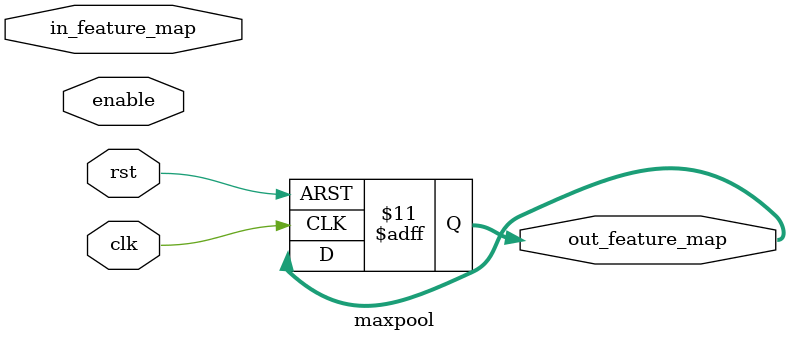
<source format=v>
module maxpool #(
    parameter IN_WIDTH = 0,
    parameter IN_CHANNELS = 0,
    parameter POOL_SIZE = 2
)(
    input wire clk,
    input wire rst,
    input wire enable,
    input wire [IN_WIDTH*IN_WIDTH*IN_CHANNELS-1:0] in_feature_map,
    output reg [(IN_WIDTH/POOL_SIZE)*(IN_WIDTH/POOL_SIZE)*IN_CHANNELS-1:0] out_feature_map
);
    integer i, j, c, m, n;
    reg [15:0] max_val;
    always @(posedge clk or posedge rst) begin
        if (rst) begin
            out_feature_map <= 0;
        end else if (enable) begin
            for (i = 0; i < IN_WIDTH / POOL_SIZE; i = i + 1) begin
                for (j = 0; j < IN_WIDTH / POOL_SIZE; j = j + 1) begin
                    for (c = 0; c < IN_CHANNELS; c = c + 1) begin
                        max_val = in_feature_map[(i * POOL_SIZE * IN_WIDTH + j * POOL_SIZE) * IN_CHANNELS + c];
                        for (m = 0; m < POOL_SIZE; m = m + 1) begin
                            for (n = 0; n < POOL_SIZE; n = n + 1) begin
                                if (in_feature_map[((i * POOL_SIZE + m) * IN_WIDTH + (j * POOL_SIZE + n)) * IN_CHANNELS + c] > max_val) begin
                                    max_val = in_feature_map[((i * POOL_SIZE + m) * IN_WIDTH + (j * POOL_SIZE + n)) * IN_CHANNELS + c];
                                end
                            end
                        end
                        out_feature_map[(i * (IN_WIDTH / POOL_SIZE) + j) * IN_CHANNELS + c] = max_val;
                    end
                end
            end
        end
    end

    // Debug statement for max pooling
    always @(posedge clk) begin
        if (enable) begin
            $display("MaxPool output: %h", out_feature_map);
        end
    end

endmodule

</source>
